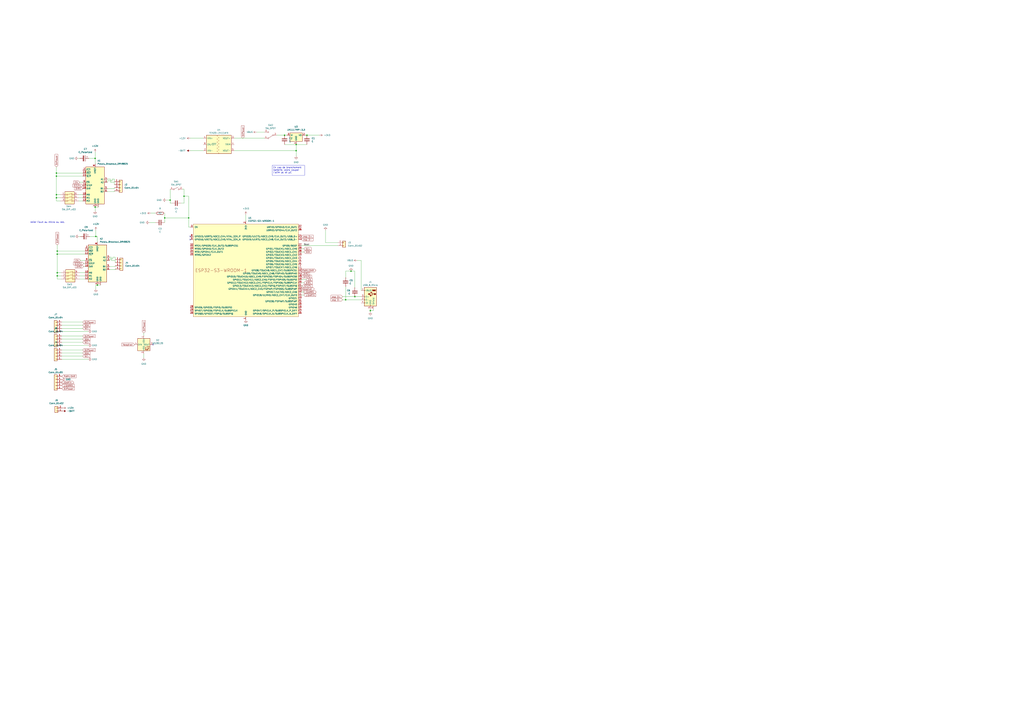
<source format=kicad_sch>
(kicad_sch (version 20230121) (generator eeschema)
  (paper "A1")
  (lib_symbols
    (symbol "Connector:USB_B_Micro" (pin_names (offset 1.016))
      (property "Reference" "J" (at -5.08 11.43 0))
      (property "Value" "USB_B_Micro" (at -5.08 8.89 0))
      (symbol "USB_B_Micro_0_1"
        (rectangle (start -5.08 -7.62) (end 5.08 7.62) (stroke (width 0.254)) (fill (type background)))
        (circle (center -3.81 2.159) (radius 0.635) (stroke (width 0.254)) (fill (type outline)))
        (circle (center -0.635 3.429) (radius 0.381) (stroke (width 0.254)) (fill (type outline)))
        (rectangle (start -0.127 -7.62) (end 0.127 -6.858))
        (polyline (pts (xy -1.905 2.159) (xy 0.635 2.159)) (stroke (width 0.254)))
        (polyline (pts (xy -3.175 2.159) (xy -2.54 2.159) (xy -1.27 3.429) (xy -0.635 3.429)) (stroke (width 0.254)))
        (polyline (pts (xy -2.54 2.159) (xy -1.905 2.159) (xy -1.27 0.889) (xy 0 0.889)) (stroke (width 0.254)))
        (polyline (pts (xy 0.635 2.794) (xy 0.635 1.524) (xy 1.905 2.159) (xy 0.635 2.794)) (stroke (width 0.254)) (fill (type outline)))
        (polyline (pts (xy -4.318 5.588) (xy -1.778 5.588) (xy -2.032 4.826) (xy -4.064 4.826) (xy -4.318 5.588)) (fill (type outline)))
        (polyline (pts (xy -4.699 5.842) (xy -4.699 5.588) (xy -4.445 4.826) (xy -4.445 4.572) (xy -1.651 4.572) (xy -1.651 4.826) (xy -1.397 5.588) (xy -1.397 5.842) (xy -4.699 5.842)))
        (rectangle (start 0.254 1.27) (end -0.508 0.508) (stroke (width 0.254)) (fill (type outline)))
        (rectangle (start 5.08 -5.207) (end 4.318 -4.953))
        (rectangle (start 5.08 -2.667) (end 4.318 -2.413))
        (rectangle (start 5.08 -0.127) (end 4.318 0.127))
        (rectangle (start 5.08 4.953) (end 4.318 5.207))
      )
      (symbol "USB_B_Micro_1_1"
        (pin power_out line (at 7.62 5.08 180) (length 2.54) (name "VBUS") (number "1"))
        (pin bidirectional line (at 7.62 -2.54 180) (length 2.54) (name "D-") (number "2"))
        (pin bidirectional line (at 7.62 0 180) (length 2.54) (name "D+") (number "3"))
        (pin passive line (at 7.62 -5.08 180) (length 2.54) (name "ID") (number "4"))
        (pin power_out line (at 0 -10.16 90) (length 2.54) (name "GND") (number "5"))
        (pin passive line (at -2.54 -10.16 90) (length 2.54) (name "Shield") (number "6"))
      )
    )
    (symbol "Connector_Generic:Conn_01x02" (pin_names (offset 1.016) hide)
      (property "Reference" "J" (at 0 2.54 0))
      (property "Value" "Conn_01x02" (at 0 -5.08 0))
      (symbol "Conn_01x02_1_1"
        (rectangle (start -1.27 -2.413) (end 0 -2.667) (stroke (width 0.1524)))
        (rectangle (start -1.27 0.127) (end 0 -0.127) (stroke (width 0.1524)))
        (rectangle (start -1.27 1.27) (end 1.27 -3.81) (stroke (width 0.254)) (fill (type background)))
        (pin passive line (at -5.08 0 0) (length 3.81) (name "Pin_1") (number "1"))
        (pin passive line (at -5.08 -2.54 0) (length 3.81) (name "Pin_2") (number "2"))
      )
    )
    (symbol "Connector_Generic:Conn_01x04" (pin_names (offset 1.016) hide)
      (property "Reference" "J" (at 0 5.08 0))
      (property "Value" "Conn_01x04" (at 0 -7.62 0))
      (symbol "Conn_01x04_1_1"
        (rectangle (start -1.27 -4.953) (end 0 -5.207) (stroke (width 0.1524)))
        (rectangle (start -1.27 -2.413) (end 0 -2.667) (stroke (width 0.1524)))
        (rectangle (start -1.27 0.127) (end 0 -0.127) (stroke (width 0.1524)))
        (rectangle (start -1.27 2.667) (end 0 2.413) (stroke (width 0.1524)))
        (rectangle (start -1.27 3.81) (end 1.27 -6.35) (stroke (width 0.254)) (fill (type background)))
        (pin passive line (at -5.08 2.54 0) (length 3.81) (name "Pin_1") (number "1"))
        (pin passive line (at -5.08 0 0) (length 3.81) (name "Pin_2") (number "2"))
        (pin passive line (at -5.08 -2.54 0) (length 3.81) (name "Pin_3") (number "3"))
        (pin passive line (at -5.08 -5.08 0) (length 3.81) (name "Pin_4") (number "4"))
      )
    )
    (symbol "Connector_Generic:Conn_01x05" (pin_names (offset 1.016) hide)
      (property "Reference" "J" (at 0 7.62 0))
      (property "Value" "Conn_01x05" (at 0 -7.62 0))
      (symbol "Conn_01x05_1_1"
        (rectangle (start -1.27 -4.953) (end 0 -5.207) (stroke (width 0.1524)))
        (rectangle (start -1.27 -2.413) (end 0 -2.667) (stroke (width 0.1524)))
        (rectangle (start -1.27 0.127) (end 0 -0.127) (stroke (width 0.1524)))
        (rectangle (start -1.27 2.667) (end 0 2.413) (stroke (width 0.1524)))
        (rectangle (start -1.27 5.207) (end 0 4.953) (stroke (width 0.1524)))
        (rectangle (start -1.27 6.35) (end 1.27 -6.35) (stroke (width 0.254)) (fill (type background)))
        (pin passive line (at -5.08 5.08 0) (length 3.81) (name "Pin_1") (number "1"))
        (pin passive line (at -5.08 2.54 0) (length 3.81) (name "Pin_2") (number "2"))
        (pin passive line (at -5.08 0 0) (length 3.81) (name "Pin_3") (number "3"))
        (pin passive line (at -5.08 -2.54 0) (length 3.81) (name "Pin_4") (number "4"))
        (pin passive line (at -5.08 -5.08 0) (length 3.81) (name "Pin_5") (number "5"))
      )
    )
    (symbol "Converter_DCDC:TEN20-2411WIN"
      (property "Reference" "U" (at -10.16 8.89 0))
      (property "Value" "TEN20-2411WIN" (at -3.81 8.89 0))
      (symbol "TEN20-2411WIN_0_1"
        (rectangle (start -10.16 7.62) (end 10.16 -7.62) (stroke (width 0.254)) (fill (type background)))
        (polyline (pts (xy -1.27 -5.08) (xy -1.27 -6.35)))
        (polyline (pts (xy -1.27 -2.54) (xy -1.27 -3.81)))
        (polyline (pts (xy -1.27 0) (xy -1.27 -1.27)))
        (polyline (pts (xy -1.27 2.54) (xy -1.27 1.27)))
        (polyline (pts (xy -1.27 5.08) (xy -1.27 3.81)))
        (polyline (pts (xy -1.27 7.62) (xy -1.27 6.35)))
        (polyline (pts (xy 0 -7.62) (xy 0 -6.35)))
        (polyline (pts (xy 0 -5.08) (xy 0 -3.81)))
        (polyline (pts (xy 0 -1.27) (xy 0 -2.54)))
        (polyline (pts (xy 0 0) (xy 0 1.27)))
        (polyline (pts (xy 0 2.54) (xy 0 3.81)))
        (polyline (pts (xy 0 5.08) (xy 0 6.35)))
      )
      (symbol "TEN20-2411WIN_1_1"
        (pin power_in line (at -12.7 5.08 0) (length 2.54) (name "VIN+") (number "1"))
        (pin power_in line (at -12.7 -5.08 0) (length 2.54) (name "VIN-") (number "2"))
        (pin power_out line (at 12.7 5.08 180) (length 2.54) (name "VOUT+") (number "3"))
        (pin passive line (at 12.7 0 180) (length 2.54) (name "TRIM") (number "4"))
        (pin power_out line (at 12.7 -5.08 180) (length 2.54) (name "VOUT-") (number "5"))
        (pin input line (at -12.7 0 0) (length 2.54) (name "ON/~{OFF}") (number "6"))
      )
    )
    (symbol "Device:C" (pin_numbers hide) (pin_names (offset 0.254))
      (property "Reference" "C" (at 0.635 2.54 0))
      (property "Value" "C" (at 0.635 -2.54 0))
      (symbol "C_0_1"
        (polyline (pts (xy -2.032 -0.762) (xy 2.032 -0.762)) (stroke (width 0.508)))
        (polyline (pts (xy -2.032 0.762) (xy 2.032 0.762)) (stroke (width 0.508)))
      )
      (symbol "C_1_1"
        (pin passive line (at 0 3.81 270) (length 2.794) (name "~") (number "1"))
        (pin passive line (at 0 -3.81 90) (length 2.794) (name "~") (number "2"))
      )
    )
    (symbol "Device:C_Polarized" (pin_numbers hide) (pin_names (offset 0.254))
      (property "Reference" "C" (at 0.635 2.54 0))
      (property "Value" "C_Polarized" (at 0.635 -2.54 0))
      (symbol "C_Polarized_0_1"
        (rectangle (start -2.286 0.508) (end 2.286 1.016))
        (polyline (pts (xy -1.778 2.286) (xy -0.762 2.286)))
        (polyline (pts (xy -1.27 2.794) (xy -1.27 1.778)))
        (rectangle (start 2.286 -0.508) (end -2.286 -1.016) (fill (type outline)))
      )
      (symbol "C_Polarized_1_1"
        (pin passive line (at 0 3.81 270) (length 2.794) (name "~") (number "1"))
        (pin passive line (at 0 -3.81 90) (length 2.794) (name "~") (number "2"))
      )
    )
    (symbol "Device:R" (pin_numbers hide) (pin_names (offset 0))
      (property "Reference" "R" (at 2.032 0 90))
      (property "Value" "R" (at 0 0 90))
      (symbol "R_0_1"
        (rectangle (start -1.016 -2.54) (end 1.016 2.54) (stroke (width 0.254)))
      )
      (symbol "R_1_1"
        (pin passive line (at 0 3.81 270) (length 1.27) (name "~") (number "1"))
        (pin passive line (at 0 -3.81 90) (length 1.27) (name "~") (number "2"))
      )
    )
    (symbol "Driver_Motor:Pololu_Breakout_DRV8825"
      (property "Reference" "A" (at -2.54 16.51 0))
      (property "Value" "Pololu_Breakout_DRV8825" (at -2.54 13.97 0))
      (symbol "Pololu_Breakout_DRV8825_0_1"
        (rectangle (start 7.62 -17.78) (end -7.62 12.7) (stroke (width 0.254)) (fill (type background)))
      )
      (symbol "Pololu_Breakout_DRV8825_1_1"
        (pin power_in line (at 0 -20.32 90) (length 2.54) (name "GND") (number "1"))
        (pin input line (at -10.16 -10.16 0) (length 2.54) (name "M0") (number "10"))
        (pin input line (at -10.16 -12.7 0) (length 2.54) (name "M1") (number "11"))
        (pin input line (at -10.16 -15.24 0) (length 2.54) (name "M2") (number "12"))
        (pin input line (at -10.16 7.62 0) (length 2.54) (name "~{RST}") (number "13"))
        (pin input line (at -10.16 5.08 0) (length 2.54) (name "~{SLP}") (number "14"))
        (pin input line (at -10.16 -2.54 0) (length 2.54) (name "STEP") (number "15"))
        (pin input line (at -10.16 -5.08 0) (length 2.54) (name "DIR") (number "16"))
        (pin output line (at -10.16 10.16 0) (length 2.54) (name "~{FLT}") (number "2"))
        (pin output line (at 10.16 0 180) (length 2.54) (name "A2") (number "3"))
        (pin output line (at 10.16 2.54 180) (length 2.54) (name "A1") (number "4"))
        (pin output line (at 10.16 -5.08 180) (length 2.54) (name "B1") (number "5"))
        (pin output line (at 10.16 -7.62 180) (length 2.54) (name "B2") (number "6"))
        (pin power_in line (at 2.54 -20.32 90) (length 2.54) (name "GND") (number "7"))
        (pin power_in line (at 0 15.24 270) (length 2.54) (name "VMOT") (number "8"))
        (pin input line (at -10.16 0 0) (length 2.54) (name "~{EN}") (number "9"))
      )
    )
    (symbol "ESP32:ESP32-S3-WROOM-1" (pin_names (offset 1.016))
      (property "Reference" "U" (at -43.18 43.18 0))
      (property "Value" "ESP32-S3-WROOM-1" (at -43.18 40.64 0))
      (symbol "ESP32-S3-WROOM-1_0_0"
        (text "ESP32-S3-WROOM-1" (at -20.32 0 0) (effects (font (size 2.54 2.54))))
        (pin power_in line (at 0 -40.64 90) (length 2.54) (name "GND") (number "1"))
        (pin bidirectional line (at 45.72 -17.78 180) (length 2.54) (name "GPIO17/U1TXD/ADC2_CH6") (number "10"))
        (pin bidirectional line (at 45.72 -20.32 180) (length 2.54) (name "GPIO18/U1RXD/ADC2_CH7/CLK_OUT3") (number "11"))
        (pin bidirectional line (at 45.72 0 180) (length 2.54) (name "GPIO8/TOUCH8/ADC1_CH7/SUBSPICS1") (number "12"))
        (pin bidirectional line (at 45.72 25.4 180) (length 2.54) (name "GPIO19/U1RTS/ADC2_CH8/CLK_OUT2/USB_D-") (number "13"))
        (pin bidirectional line (at 45.72 27.94 180) (length 2.54) (name "GPIO20/U1CTS/ADC2_CH9/CLK_OUT1/USB_D+") (number "14"))
        (pin bidirectional line (at 45.72 12.7 180) (length 2.54) (name "GPIO3/TOUCH3/ADC1_CH2") (number "15"))
        (pin bidirectional line (at 45.72 -30.48 180) (length 2.54) (name "GPIO46") (number "16"))
        (pin bidirectional line (at 45.72 -2.54 180) (length 2.54) (name "GPIO9/TOUCH9/ADC1_CH8/FSPIHD/SUBSPIHD") (number "17"))
        (pin bidirectional line (at 45.72 -5.08 180) (length 2.54) (name "GPIO10/TOUCH10/ADC1_CH9/FSPICS0/FSPIIO4/SUBSPICS0") (number "18"))
        (pin bidirectional line (at 45.72 -7.62 180) (length 2.54) (name "GPIO11/TOUCH11/ADC2_CH0/FSPID/FSPIIO5/SUBSPID") (number "19"))
        (pin power_in line (at 0 40.64 270) (length 2.54) (name "3V3") (number "2"))
        (pin bidirectional line (at 45.72 -10.16 180) (length 2.54) (name "GPIO12/TOUCH12/ADC2_CH1/FSPICLK/FSPIIO6/SUBSPICLK") (number "20"))
        (pin bidirectional line (at 45.72 -12.7 180) (length 2.54) (name "GPIO13/TOUCH13/ADC2_CH2/FSPIQ/FSPIIO7/SUBSPIQ") (number "21"))
        (pin bidirectional line (at 45.72 -15.24 180) (length 2.54) (name "GPIO14/TOUCH14/ADC2_CH3/FSPIWP/FSPIDQS/SUBSPIWP") (number "22"))
        (pin bidirectional line (at 45.72 -22.86 180) (length 2.54) (name "GPIO21") (number "23"))
        (pin bidirectional line (at 45.72 -33.02 180) (length 2.54) (name "GPIO47/SPICLK_P/SUBSPICLK_P_DIFF") (number "24"))
        (pin bidirectional line (at 45.72 -35.56 180) (length 2.54) (name "GPIO48/SPICLK_N/SUBSPICLK_N_DIFF") (number "25"))
        (pin bidirectional line (at 45.72 -27.94 180) (length 2.54) (name "GPIO45") (number "26"))
        (pin bidirectional line (at 45.72 20.32 180) (length 2.54) (name "GPIO0/BOOT") (number "27"))
        (pin bidirectional line (at -45.72 -30.48 0) (length 2.54) (name "SPIIO6/GPIO35/FSPID/SUBSPID") (number "28"))
        (pin bidirectional line (at -45.72 -33.02 0) (length 2.54) (name "SPIIO7/GPIO36/FSPICLK/SUBSPICLK") (number "29"))
        (pin input line (at -45.72 35.56 0) (length 2.54) (name "EN") (number "3"))
        (pin bidirectional line (at -45.72 -35.56 0) (length 2.54) (name "SPIDQS/GPIO37/FSPIQ/SUBSPIQ") (number "30"))
        (pin bidirectional line (at 45.72 -25.4 180) (length 2.54) (name "GPIO38/FSPIWP/SUBSPIWP") (number "31"))
        (pin bidirectional line (at -45.72 20.32 0) (length 2.54) (name "MTCK/GPIO39/CLK_OUT3/SUBSPICS1") (number "32"))
        (pin bidirectional line (at -45.72 17.78 0) (length 2.54) (name "MTDO/GPIO40/CLK_OUT2") (number "33"))
        (pin bidirectional line (at -45.72 15.24 0) (length 2.54) (name "MTDI/GPIO41/CLK_OUT1") (number "34"))
        (pin bidirectional line (at -45.72 12.7 0) (length 2.54) (name "MTMS/GPIO42") (number "35"))
        (pin bidirectional line (at 45.72 33.02 180) (length 2.54) (name "U0RXD/GPIO44/CLK_OUT2") (number "36"))
        (pin bidirectional line (at 45.72 35.56 180) (length 2.54) (name "U0TXD/GPIO43/CLK_OUT1") (number "37"))
        (pin bidirectional line (at 45.72 15.24 180) (length 2.54) (name "GPIO2/TOUCH2/ADC1_CH1") (number "38"))
        (pin bidirectional line (at 45.72 17.78 180) (length 2.54) (name "GPIO1/TOUCH1/ADC1_CH0") (number "39"))
        (pin bidirectional line (at 45.72 10.16 180) (length 2.54) (name "GPIO4/TOUCH4/ADC1_CH3") (number "4"))
        (pin passive line (at 0 -40.64 90) (length 2.54) hide (name "GND") (number "40"))
        (pin passive line (at 0 -40.64 90) (length 2.54) hide (name "GND") (number "41"))
        (pin bidirectional line (at 45.72 7.62 180) (length 2.54) (name "GPIO5/TOUCH5/ADC1_CH4") (number "5"))
        (pin bidirectional line (at 45.72 5.08 180) (length 2.54) (name "GPIO6/TOUCH6/ADC1_CH5") (number "6"))
        (pin bidirectional line (at 45.72 2.54 180) (length 2.54) (name "GPIO7/TOUCH7/ADC1_CH6") (number "7"))
        (pin bidirectional line (at -45.72 27.94 0) (length 2.54) (name "GPIO15/U0RTS/ADC2_CH4/XTAL_32K_P") (number "8"))
        (pin bidirectional line (at -45.72 25.4 0) (length 2.54) (name "GPIO16/U0CTS/ADC2_CH5/XTAL_32K_N") (number "9"))
      )
      (symbol "ESP32-S3-WROOM-1_0_1"
        (rectangle (start -43.18 38.1) (end 43.18 -38.1) (fill (type background)))
      )
    )
    (symbol "LED:WS2812B" (pin_names (offset 0.254))
      (property "Reference" "D" (at 5.08 5.715 0))
      (property "Value" "WS2812B" (at 1.27 -5.715 0))
      (symbol "WS2812B_0_0"
        (text "RGB" (at 2.286 -4.191 0) (effects (font (size 0.762 0.762))))
      )
      (symbol "WS2812B_0_1"
        (polyline (pts (xy 1.27 -3.556) (xy 1.778 -3.556)))
        (polyline (pts (xy 1.27 -2.54) (xy 1.778 -2.54)))
        (polyline (pts (xy 4.699 -3.556) (xy 2.667 -3.556)))
        (polyline (pts (xy 2.286 -2.54) (xy 1.27 -3.556) (xy 1.27 -3.048)))
        (polyline (pts (xy 2.286 -1.524) (xy 1.27 -2.54) (xy 1.27 -2.032)))
        (polyline (pts (xy 3.683 -1.016) (xy 3.683 -3.556) (xy 3.683 -4.064)))
        (polyline (pts (xy 4.699 -1.524) (xy 2.667 -1.524) (xy 3.683 -3.556) (xy 4.699 -1.524)))
        (rectangle (start 5.08 5.08) (end -5.08 -5.08) (stroke (width 0.254)) (fill (type background)))
      )
      (symbol "WS2812B_1_1"
        (pin power_in line (at 0 7.62 270) (length 2.54) (name "VDD") (number "1"))
        (pin output line (at 7.62 0 180) (length 2.54) (name "DOUT") (number "2"))
        (pin power_in line (at 0 -7.62 90) (length 2.54) (name "VSS") (number "3"))
        (pin input line (at -7.62 0 0) (length 2.54) (name "DIN") (number "4"))
      )
    )
    (symbol "Regulator_Linear:LM1117MP-3.3"
      (property "Reference" "U" (at -3.81 3.175 0))
      (property "Value" "LM1117MP-3.3" (at 0 3.175 0))
      (symbol "LM1117MP-3.3_0_1"
        (rectangle (start -5.08 -5.08) (end 5.08 1.905) (stroke (width 0.254)) (fill (type background)))
      )
      (symbol "LM1117MP-3.3_1_1"
        (pin power_in line (at 0 -7.62 90) (length 2.54) (name "GND") (number "1"))
        (pin power_out line (at 7.62 0 180) (length 2.54) (name "VO") (number "2"))
        (pin power_in line (at -7.62 0 0) (length 2.54) (name "VI") (number "3"))
      )
    )
    (symbol "Switch:SW_DIP_x03" (pin_names (offset 0) hide)
      (property "Reference" "SW" (at 0 8.89 0))
      (property "Value" "SW_DIP_x03" (at 0 -3.81 0))
      (symbol "SW_DIP_x03_0_0"
        (circle (center -2.032 0) (radius 0.508))
        (circle (center -2.032 2.54) (radius 0.508))
        (circle (center -2.032 5.08) (radius 0.508))
        (polyline (pts (xy -1.524 0.127) (xy 2.3622 1.1684)))
        (polyline (pts (xy -1.524 2.667) (xy 2.3622 3.7084)))
        (polyline (pts (xy -1.524 5.207) (xy 2.3622 6.2484)))
        (circle (center 2.032 0) (radius 0.508))
        (circle (center 2.032 2.54) (radius 0.508))
        (circle (center 2.032 5.08) (radius 0.508))
      )
      (symbol "SW_DIP_x03_0_1"
        (rectangle (start -3.81 7.62) (end 3.81 -2.54) (stroke (width 0.254)) (fill (type background)))
      )
      (symbol "SW_DIP_x03_1_1"
        (pin passive line (at -7.62 5.08 0) (length 5.08) (name "~") (number "1"))
        (pin passive line (at -7.62 2.54 0) (length 5.08) (name "~") (number "2"))
        (pin passive line (at -7.62 0 0) (length 5.08) (name "~") (number "3"))
        (pin passive line (at 7.62 0 180) (length 5.08) (name "~") (number "4"))
        (pin passive line (at 7.62 2.54 180) (length 5.08) (name "~") (number "5"))
        (pin passive line (at 7.62 5.08 180) (length 5.08) (name "~") (number "6"))
      )
    )
    (symbol "Switch:SW_SPDT" (pin_names (offset 0) hide)
      (property "Reference" "SW" (at 0 4.318 0))
      (property "Value" "SW_SPDT" (at 0 -5.08 0))
      (symbol "SW_SPDT_0_0"
        (circle (center -2.032 0) (radius 0.508))
        (circle (center 2.032 -2.54) (radius 0.508))
      )
      (symbol "SW_SPDT_0_1"
        (polyline (pts (xy -1.524 0.254) (xy 1.651 2.286)))
        (circle (center 2.032 2.54) (radius 0.508))
      )
      (symbol "SW_SPDT_1_1"
        (pin passive line (at 5.08 2.54 180) (length 2.54) (name "A") (number "1"))
        (pin passive line (at -5.08 0 0) (length 2.54) (name "B") (number "2"))
        (pin passive line (at 5.08 -2.54 180) (length 2.54) (name "C") (number "3"))
      )
    )
    (symbol "Switch:SW_SPST" (pin_names (offset 0) hide)
      (property "Reference" "SW" (at 0 3.175 0))
      (property "Value" "SW_SPST" (at 0 -2.54 0))
      (symbol "SW_SPST_0_0"
        (circle (center -2.032 0) (radius 0.508))
        (polyline (pts (xy -1.524 0.254) (xy 1.524 1.778)))
        (circle (center 2.032 0) (radius 0.508))
      )
      (symbol "SW_SPST_1_1"
        (pin passive line (at -5.08 0 0) (length 2.54) (name "A") (number "1"))
        (pin passive line (at 5.08 0 180) (length 2.54) (name "B") (number "2"))
      )
    )
    (symbol "power:+12V" (power) (pin_names (offset 0))
      (property "Value" "+12V" (at 0 3.556 0))
      (symbol "+12V_0_1"
        (polyline (pts (xy -0.762 1.27) (xy 0 2.54)))
        (polyline (pts (xy 0 0) (xy 0 2.54)))
        (polyline (pts (xy 0 2.54) (xy 0.762 1.27)))
      )
      (symbol "+12V_1_1"
        (pin power_in line (at 0 0 90) (length 0) hide (name "+12V") (number "1"))
      )
    )
    (symbol "power:+3V3" (power) (pin_names (offset 0))
      (property "Value" "+3V3" (at 0 3.556 0))
      (symbol "+3V3_0_1"
        (polyline (pts (xy -0.762 1.27) (xy 0 2.54)))
        (polyline (pts (xy 0 0) (xy 0 2.54)))
        (polyline (pts (xy 0 2.54) (xy 0.762 1.27)))
      )
      (symbol "+3V3_1_1"
        (pin power_in line (at 0 0 90) (length 0) hide (name "+3V3") (number "1"))
      )
    )
    (symbol "power:-BATT" (power) (pin_names (offset 0))
      (property "Value" "-BATT" (at 0 3.556 0))
      (symbol "-BATT_0_1"
        (polyline (pts (xy 0 0) (xy 0 2.54)))
        (polyline (pts (xy 0.762 1.27) (xy -0.762 1.27) (xy 0 2.54) (xy 0.762 1.27)) (fill (type outline)))
      )
      (symbol "-BATT_1_1"
        (pin power_in line (at 0 0 90) (length 0) hide (name "-BATT") (number "1"))
      )
    )
    (symbol "power:GND" (power) (pin_names (offset 0))
      (property "Value" "GND" (at 0 -3.81 0))
      (symbol "GND_0_1"
        (polyline (pts (xy 0 0) (xy 0 -1.27) (xy 1.27 -1.27) (xy 0 -2.54) (xy -1.27 -1.27) (xy 0 -1.27)))
      )
      (symbol "GND_1_1"
        (pin power_in line (at 0 0 270) (length 0) hide (name "GND") (number "1"))
      )
    )
    (symbol "power:VBUS" (power) (pin_names (offset 0))
      (property "Value" "VBUS" (at 0 3.81 0))
      (symbol "VBUS_0_1"
        (polyline (pts (xy -0.762 1.27) (xy 0 2.54)))
        (polyline (pts (xy 0 0) (xy 0 2.54)))
        (polyline (pts (xy 0 2.54) (xy 0.762 1.27)))
      )
      (symbol "VBUS_1_1"
        (pin power_in line (at 0 0 90) (length 0) hide (name "VBUS") (number "1"))
      )
    )
  )
  (junction (at 46.99 208.915))
  (junction (at 78.74 194.31))
  (junction (at 233.68 111.125))
  (junction (at 283.845 246.38))
  (junction (at 46.99 224.155))
  (junction (at 291.465 243.84))
  (junction (at 154.94 179.07))
  (junction (at 46.355 162.56))
  (junction (at 135.255 179.07))
  (junction (at 46.99 226.695))
  (junction (at 243.205 118.745))
  (junction (at 46.99 206.375))
  (junction (at 80.01 234.315))
  (junction (at 78.105 170.18))
  (junction (at 46.355 144.78))
  (junction (at 288.29 222.885))
  (junction (at 46.355 160.02))
  (junction (at 252.095 111.125))
  (junction (at 139.7 164.465))
  (junction (at 304.165 255.27))
  (junction (at 151.13 161.29))
  (junction (at 243.205 123.825))
  (junction (at 46.355 142.24))
  (junction (at 78.105 130.175))
  (no_connect (at 156.21 194.31))
  (no_connect (at 125.73 283.21))
  (no_connect (at 156.21 196.85))
  (wire (pts (xy 46.355 144.78) (xy 46.355 160.02)))
  (wire (pts (xy 69.85 219.075) (xy 68.58 219.075)))
  (wire (pts (xy 66.04 213.995) (xy 69.85 213.995)))
  (wire (pts (xy 248.285 234.95) (xy 247.65 234.95)))
  (wire (pts (xy 46.355 137.16) (xy 46.355 142.24)))
  (wire (pts (xy 243.205 123.825) (xy 243.205 118.745)))
  (wire (pts (xy 296.545 213.995) (xy 293.37 213.995)))
  (wire (pts (xy 50.8 276.225) (xy 67.945 276.225)))
  (wire (pts (xy 73.025 130.175) (xy 78.105 130.175)))
  (wire (pts (xy 46.355 160.02) (xy 46.355 162.56)))
  (wire (pts (xy 46.355 162.56) (xy 46.355 165.1)))
  (wire (pts (xy 69.85 216.535) (xy 68.58 216.535)))
  (wire (pts (xy 65.405 224.155) (xy 69.85 224.155)))
  (wire (pts (xy 50.8 290.195) (xy 67.945 290.195)))
  (wire (pts (xy 156.21 123.825) (xy 167.005 123.825)))
  (wire (pts (xy 90.17 221.615) (xy 94.615 221.615)))
  (wire (pts (xy 156.21 113.665) (xy 167.005 113.665)))
  (wire (pts (xy 201.93 176.53) (xy 201.93 181.61)))
  (wire (pts (xy 296.545 238.76) (xy 296.545 213.995)))
  (wire (pts (xy 233.68 111.125) (xy 235.585 111.125)))
  (wire (pts (xy 78.74 189.23) (xy 78.74 194.31)))
  (wire (pts (xy 46.99 226.695) (xy 50.165 226.695)))
  (wire (pts (xy 154.94 179.07) (xy 154.94 186.69)))
  (wire (pts (xy 94.615 211.455) (xy 92.71 211.455)))
  (wire (pts (xy 291.465 222.885) (xy 288.29 222.885)))
  (wire (pts (xy 267.335 189.23) (xy 267.335 199.39)))
  (wire (pts (xy 154.94 186.69) (xy 156.21 186.69)))
  (wire (pts (xy 306.705 254) (xy 306.705 255.27)))
  (wire (pts (xy 93.98 149.86) (xy 90.805 149.86)))
  (wire (pts (xy 249.555 232.41) (xy 247.65 232.41)))
  (wire (pts (xy 94.615 221.615) (xy 94.615 220.98)))
  (wire (pts (xy 281.305 243.84) (xy 291.465 243.84)))
  (wire (pts (xy 73.66 194.31) (xy 78.74 194.31)))
  (wire (pts (xy 46.99 226.695) (xy 46.99 229.235)))
  (wire (pts (xy 151.13 155.575) (xy 149.86 155.575)))
  (wire (pts (xy 90.17 219.075) (xy 94.615 219.075)))
  (wire (pts (xy 78.105 130.175) (xy 78.105 134.62)))
  (wire (pts (xy 135.255 175.26) (xy 135.255 179.07)))
  (wire (pts (xy 291.465 236.22) (xy 291.465 222.885)))
  (wire (pts (xy 304.165 255.27) (xy 304.165 254)))
  (wire (pts (xy 88.265 148.59) (xy 88.265 149.86)))
  (wire (pts (xy 283.845 235.585) (xy 283.845 246.38)))
  (wire (pts (xy 46.99 224.155) (xy 46.99 226.695)))
  (wire (pts (xy 118.11 273.685) (xy 118.11 275.59)))
  (wire (pts (xy 50.8 264.795) (xy 67.945 264.795)))
  (wire (pts (xy 151.13 155.575) (xy 151.13 161.29)))
  (wire (pts (xy 78.74 237.49) (xy 78.74 234.315)))
  (wire (pts (xy 50.8 287.655) (xy 67.945 287.655)))
  (wire (pts (xy 243.205 128.27) (xy 243.205 123.825)))
  (wire (pts (xy 93.98 149.86) (xy 93.98 151.765)))
  (wire (pts (xy 46.355 142.24) (xy 46.355 144.78)))
  (wire (pts (xy 46.99 201.295) (xy 46.99 206.375)))
  (wire (pts (xy 249.555 240.03) (xy 247.65 240.03)))
  (wire (pts (xy 249.555 204.47) (xy 247.65 204.47)))
  (wire (pts (xy 90.17 212.725) (xy 90.17 213.995)))
  (wire (pts (xy 46.99 206.375) (xy 69.85 206.375)))
  (wire (pts (xy 50.8 267.335) (xy 67.945 267.335)))
  (wire (pts (xy 139.7 167.005) (xy 139.7 164.465)))
  (wire (pts (xy 46.355 165.1) (xy 49.53 165.1)))
  (wire (pts (xy 90.805 149.86) (xy 90.805 147.32)))
  (wire (pts (xy 135.255 179.07) (xy 154.94 179.07)))
  (wire (pts (xy 251.46 229.87) (xy 247.65 229.87)))
  (wire (pts (xy 281.305 246.38) (xy 283.845 246.38)))
  (wire (pts (xy 80.01 234.315) (xy 78.74 234.315)))
  (wire (pts (xy 283.845 222.885) (xy 288.29 222.885)))
  (wire (pts (xy 154.94 179.07) (xy 154.94 161.29)))
  (wire (pts (xy 64.77 165.1) (xy 67.945 165.1)))
  (wire (pts (xy 92.075 147.32) (xy 92.075 148.59)))
  (wire (pts (xy 88.265 154.94) (xy 93.98 154.94)))
  (wire (pts (xy 46.99 206.375) (xy 46.99 208.915)))
  (wire (pts (xy 93.98 147.32) (xy 92.075 147.32)))
  (wire (pts (xy 92.075 148.59) (xy 88.265 148.59)))
  (wire (pts (xy 64.77 162.56) (xy 67.945 162.56)))
  (wire (pts (xy 92.71 212.725) (xy 90.17 212.725)))
  (wire (pts (xy 250.825 111.125) (xy 252.095 111.125)))
  (wire (pts (xy 88.265 157.48) (xy 93.98 157.48)))
  (wire (pts (xy 154.94 161.29) (xy 151.13 161.29)))
  (wire (pts (xy 192.405 113.665) (xy 217.17 113.665)))
  (wire (pts (xy 64.77 194.31) (xy 66.04 194.31)))
  (wire (pts (xy 46.355 142.24) (xy 67.945 142.24)))
  (wire (pts (xy 122.555 182.88) (xy 127.635 182.88)))
  (wire (pts (xy 135.255 182.88) (xy 135.255 179.07)))
  (wire (pts (xy 46.355 162.56) (xy 49.53 162.56)))
  (wire (pts (xy 91.44 213.995) (xy 91.44 211.455)))
  (wire (pts (xy 151.13 167.005) (xy 148.59 167.005)))
  (wire (pts (xy 65.405 149.86) (xy 67.945 149.86)))
  (wire (pts (xy 72.39 283.845) (xy 50.8 283.845)))
  (wire (pts (xy 93.98 154.94) (xy 93.98 154.305)))
  (wire (pts (xy 72.39 272.415) (xy 50.8 272.415)))
  (wire (pts (xy 136.525 164.465) (xy 139.7 164.465)))
  (wire (pts (xy 233.68 118.745) (xy 243.205 118.745)))
  (wire (pts (xy 227.33 111.125) (xy 233.68 111.125)))
  (wire (pts (xy 304.165 256.54) (xy 304.165 255.27)))
  (wire (pts (xy 93.98 157.48) (xy 93.98 156.845)))
  (wire (pts (xy 267.335 199.39) (xy 277.495 199.39)))
  (wire (pts (xy 46.355 144.78) (xy 67.945 144.78)))
  (wire (pts (xy 64.77 160.02) (xy 67.945 160.02)))
  (wire (pts (xy 283.845 246.38) (xy 296.545 246.38)))
  (wire (pts (xy 306.705 255.27) (xy 304.165 255.27)))
  (wire (pts (xy 249.555 242.57) (xy 247.65 242.57)))
  (wire (pts (xy 140.97 167.005) (xy 139.7 167.005)))
  (wire (pts (xy 46.99 208.915) (xy 69.85 208.915)))
  (wire (pts (xy 46.99 229.235) (xy 50.165 229.235)))
  (wire (pts (xy 123.825 175.26) (xy 127.635 175.26)))
  (wire (pts (xy 210.82 108.585) (xy 217.17 108.585)))
  (wire (pts (xy 78.105 170.18) (xy 80.645 170.18)))
  (wire (pts (xy 50.8 281.305) (xy 67.945 281.305)))
  (wire (pts (xy 252.095 111.125) (xy 262.255 111.125)))
  (wire (pts (xy 94.615 213.995) (xy 91.44 213.995)))
  (wire (pts (xy 46.355 160.02) (xy 49.53 160.02)))
  (wire (pts (xy 50.8 269.875) (xy 67.945 269.875)))
  (wire (pts (xy 94.615 213.995) (xy 94.615 215.9)))
  (wire (pts (xy 46.99 208.915) (xy 46.99 224.155)))
  (wire (pts (xy 283.845 227.965) (xy 283.845 222.885)))
  (wire (pts (xy 92.71 211.455) (xy 92.71 212.725)))
  (wire (pts (xy 252.095 118.745) (xy 243.205 118.745)))
  (wire (pts (xy 50.8 292.735) (xy 67.945 292.735)))
  (wire (pts (xy 192.405 123.825) (xy 243.205 123.825)))
  (wire (pts (xy 118.11 294.005) (xy 118.11 290.83)))
  (wire (pts (xy 291.465 243.84) (xy 296.545 243.84)))
  (wire (pts (xy 80.01 194.31) (xy 78.74 194.31)))
  (wire (pts (xy 50.8 278.765) (xy 67.945 278.765)))
  (wire (pts (xy 247.65 207.01) (xy 249.555 207.01)))
  (wire (pts (xy 46.99 224.155) (xy 50.165 224.155)))
  (wire (pts (xy 94.615 211.455) (xy 94.615 213.36)))
  (wire (pts (xy 151.13 161.29) (xy 151.13 167.005)))
  (wire (pts (xy 91.44 211.455) (xy 90.17 211.455)))
  (wire (pts (xy 93.98 147.32) (xy 93.98 149.225)))
  (wire (pts (xy 80.01 234.315) (xy 82.55 234.315)))
  (wire (pts (xy 64.135 130.175) (xy 65.405 130.175)))
  (wire (pts (xy 78.105 125.095) (xy 78.105 130.175)))
  (wire (pts (xy 78.105 173.355) (xy 78.105 170.18)))
  (wire (pts (xy 94.615 219.075) (xy 94.615 218.44)))
  (wire (pts (xy 90.805 147.32) (xy 88.265 147.32)))
  (wire (pts (xy 72.39 295.275) (xy 50.8 295.275)))
  (wire (pts (xy 65.405 229.235) (xy 69.85 229.235)))
  (wire (pts (xy 247.65 201.93) (xy 277.495 201.93)))
  (wire (pts (xy 80.01 194.31) (xy 80.01 198.755)))
  (wire (pts (xy 65.405 226.695) (xy 69.85 226.695)))
  (wire (pts (xy 139.7 164.465) (xy 139.7 155.575)))
  (text_box "En cas de branchement batterie, alors couper l'alim pc et µC\n" (at 223.52 135.89 0) (size 26.67 8.255) (effects (font (size 1.27 1.27)) (justify left top)))
  (text "relier Fault au micro ou led." (at 24.765 183.515 0) (effects (font (size 1.27 1.27)) (justify left bottom)))
  (label "Boot" (at 249.555 201.93 0))
  (global_label "5VPower" (shape input) (at 67.945 276.225 0) (property "Intersheetrefs" "${INTERSHEET_REFS}" (effects hide)))
  (global_label "PWMLIDAR" (shape output) (at 247.65 222.25 0) (property "Intersheetrefs" "${INTERSHEET_REFS}" (effects hide)))
  (global_label "Neopixel" (shape input) (at 110.49 283.21 180) (property "Intersheetrefs" "${INTERSHEET_REFS}" (effects hide)))
  (global_label "DIR1" (shape input) (at 249.555 232.41 0) (property "Intersheetrefs" "${INTERSHEET_REFS}" (effects hide)))
  (global_label "DIR2" (shape input) (at 247.65 224.79 0) (property "Intersheetrefs" "${INTERSHEET_REFS}" (effects hide)))
  (global_label "STEP2" (shape input) (at 68.58 216.535 180) (property "Intersheetrefs" "${INTERSHEET_REFS}" (effects hide)))
  (global_label "5VPower" (shape input) (at 46.355 137.16 90) (property "Intersheetrefs" "${INTERSHEET_REFS}" (effects hide)))
  (global_label "SCL" (shape input) (at 249.555 204.47 0) (property "Intersheetrefs" "${INTERSHEET_REFS}" (effects hide)))
  (global_label "EN" (shape input) (at 66.04 213.995 180) (property "Intersheetrefs" "${INTERSHEET_REFS}" (effects hide)))
  (global_label "SCL" (shape input) (at 67.945 281.305 0) (property "Intersheetrefs" "${INTERSHEET_REFS}" (effects hide)))
  (global_label "5VPower" (shape input) (at 199.39 113.665 90) (property "Intersheetrefs" "${INTERSHEET_REFS}" (effects hide)))
  (global_label "SCL" (shape input) (at 67.945 292.735 0) (property "Intersheetrefs" "${INTERSHEET_REFS}" (effects hide)))
  (global_label "LIDARRX" (shape input) (at 50.8 316.865 0) (property "Intersheetrefs" "${INTERSHEET_REFS}" (effects hide)))
  (global_label "SDA" (shape input) (at 249.555 207.01 0) (property "Intersheetrefs" "${INTERSHEET_REFS}" (effects hide)))
  (global_label "5VPower" (shape input) (at 67.945 264.795 0) (property "Intersheetrefs" "${INTERSHEET_REFS}" (effects hide)))
  (global_label "STEP2" (shape input) (at 247.65 227.33 0) (property "Intersheetrefs" "${INTERSHEET_REFS}" (effects hide)))
  (global_label "SCL" (shape input) (at 67.945 269.875 0) (property "Intersheetrefs" "${INTERSHEET_REFS}" (effects hide)))
  (global_label "DIR2" (shape input) (at 68.58 219.075 180) (property "Intersheetrefs" "${INTERSHEET_REFS}" (effects hide)))
  (global_label "EN" (shape input) (at 65.405 149.86 180) (property "Intersheetrefs" "${INTERSHEET_REFS}" (effects hide)))
  (global_label "DIR1" (shape input) (at 67.945 154.94 180) (property "Intersheetrefs" "${INTERSHEET_REFS}" (effects hide)))
  (global_label "LIDARRX" (shape output) (at 249.555 240.03 0) (property "Intersheetrefs" "${INTERSHEET_REFS}" (effects hide)))
  (global_label "5VPower" (shape input) (at 118.11 273.685 90) (property "Intersheetrefs" "${INTERSHEET_REFS}" (effects hide)))
  (global_label "esp D-" (shape input) (at 247.65 196.85 0) (property "Intersheetrefs" "${INTERSHEET_REFS}" (effects hide)))
  (global_label "esp D+" (shape input) (at 281.305 243.84 180) (property "Intersheetrefs" "${INTERSHEET_REFS}" (effects hide)))
  (global_label "STEP1" (shape input) (at 248.285 234.95 0) (property "Intersheetrefs" "${INTERSHEET_REFS}" (effects hide)))
  (global_label "PWMLIDAR" (shape input) (at 50.8 309.245 0) (property "Intersheetrefs" "${INTERSHEET_REFS}" (effects hide)))
  (global_label "esp D-" (shape input) (at 281.305 246.38 180) (property "Intersheetrefs" "${INTERSHEET_REFS}" (effects hide)))
  (global_label "5VPower" (shape input) (at 46.99 201.295 90) (property "Intersheetrefs" "${INTERSHEET_REFS}" (effects hide)))
  (global_label "5VPower" (shape input) (at 50.8 319.405 0) (property "Intersheetrefs" "${INTERSHEET_REFS}" (effects hide)))
  (global_label "EN" (shape input) (at 251.46 229.87 0) (property "Intersheetrefs" "${INTERSHEET_REFS}" (effects hide)))
  (global_label "SDA" (shape input) (at 67.945 267.335 0) (property "Intersheetrefs" "${INTERSHEET_REFS}" (effects hide)))
  (global_label "STEP1" (shape input) (at 67.945 152.4 180) (property "Intersheetrefs" "${INTERSHEET_REFS}" (effects hide)))
  (global_label "esp D+" (shape input) (at 247.65 194.31 0) (property "Intersheetrefs" "${INTERSHEET_REFS}" (effects hide)))
  (global_label "LIDARTX" (shape input) (at 249.555 242.57 0) (property "Intersheetrefs" "${INTERSHEET_REFS}" (effects hide)))
  (global_label "LIDARTX" (shape output) (at 50.8 314.325 0) (property "Intersheetrefs" "${INTERSHEET_REFS}" (effects hide)))
  (global_label "SDA" (shape input) (at 67.945 278.765 0) (property "Intersheetrefs" "${INTERSHEET_REFS}" (effects hide)))
  (global_label "SDA" (shape input) (at 67.945 290.195 0) (property "Intersheetrefs" "${INTERSHEET_REFS}" (effects hide)))
  (global_label "5VPower" (shape input) (at 67.945 287.655 0) (property "Intersheetrefs" "${INTERSHEET_REFS}" (effects hide)))
  (global_label "Neopixel" (shape output) (at 247.65 237.49 0) (property "Intersheetrefs" "${INTERSHEET_REFS}" (effects hide)))
  (symbol (lib_id "Connector_Generic:Conn_01x04") (at 45.72 281.305 180) (unit 1)
    (property "Reference" "J8" (at 45.72 269.875 0))
    (property "Value" "Conn_01x04" (at 45.72 272.415 0))
    (property "Footprint" "Connector_JST:JST_XH_B4B-XH-A_1x04_P2.50mm_Vertical" (effects hide))
  )
  (symbol (lib_id "Device:R") (at 131.445 175.26 90) (unit 1)
    (property "Reference" "R2" (at 131.445 175.26 90))
    (property "Value" "R" (at 131.445 171.45 90))
    (property "Footprint" "Resistor_SMD:R_1206_3216Metric_Pad1.30x1.75mm_HandSolder" (effects hide))
  )
  (symbol (lib_id "Connector_Generic:Conn_01x04") (at 45.72 269.875 180) (unit 1)
    (property "Reference" "J7" (at 45.72 258.445 0))
    (property "Value" "Conn_01x04" (at 45.72 260.985 0))
    (property "Footprint" "Connector_JST:JST_XH_B4B-XH-A_1x04_P2.50mm_Vertical" (effects hide))
  )
  (symbol (lib_id "power:GND") (at 288.29 222.885 180) (unit 1)
    (property "Reference" "#PWR014" (effects hide))
    (property "Value" "GND" (at 288.29 218.44 0))
  )
  (symbol (lib_id "power:+12V") (at 156.21 113.665 90) (unit 1)
    (property "Reference" "#PWR024" (effects hide))
    (property "Value" "+12V" (at 152.4 113.665 90) (effects (justify left)))
  )
  (symbol (lib_id "power:GND") (at 201.93 262.89 0) (unit 1)
    (property "Reference" "#PWR01" (effects hide))
    (property "Value" "GND" (at 201.93 267.335 0))
  )
  (symbol (lib_id "power:+3V3") (at 123.825 175.26 90) (unit 1)
    (property "Reference" "#PWR06" (effects hide))
    (property "Value" "+3V3" (at 120.015 175.26 90) (effects (justify left)))
  )
  (symbol (lib_id "Driver_Motor:Pololu_Breakout_DRV8825") (at 80.01 213.995 0) (unit 1)
    (property "Reference" "A2" (at 81.9659 196.215 0) (effects (justify left)))
    (property "Value" "Pololu_Breakout_DRV8825" (at 81.9659 198.755 0) (effects (justify left)))
    (property "Footprint" "Module:Pololu_Breakout-16_15.2x20.3mm" (effects hide))
    (property "Datasheet" "https://www.pololu.com/product/2982" (effects hide))
  )
  (symbol (lib_id "Driver_Motor:Pololu_Breakout_DRV8825") (at 78.105 149.86 0) (unit 1)
    (property "Reference" "A1" (at 80.0609 132.08 0) (effects (justify left)))
    (property "Value" "Pololu_Breakout_DRV8825" (at 80.0609 134.62 0) (effects (justify left)))
    (property "Footprint" "Module:Pololu_Breakout-16_15.2x20.3mm" (effects hide))
    (property "Datasheet" "https://www.pololu.com/product/2982" (effects hide))
  )
  (symbol (lib_id "Connector_Generic:Conn_01x02") (at 46.355 337.82 180) (unit 1)
    (property "Reference" "J6" (at 46.355 328.93 0))
    (property "Value" "Conn_01x02" (at 46.355 331.47 0))
    (property "Footprint" "TerminalBlock:TerminalBlock_Altech_AK300-2_P5.00mm" (effects hide))
  )
  (symbol (lib_id "power:GND") (at 72.39 272.415 90) (unit 1)
    (property "Reference" "#PWR032" (effects hide))
    (property "Value" "GND" (at 75.565 272.415 90) (effects (justify right)))
  )
  (symbol (lib_id "Device:C_Polarized") (at 69.85 194.31 270) (unit 1)
    (property "Reference" "C9" (at 70.739 186.69 90))
    (property "Value" "C_Polarized" (at 70.739 189.23 90))
    (property "Footprint" "Capacitor_THT:CP_Radial_D8.0mm_P3.50mm" (effects hide))
  )
  (symbol (lib_id "Connector_Generic:Conn_01x04") (at 99.695 215.9 0) (unit 1)
    (property "Reference" "J4" (at 102.87 215.9 0) (effects (justify left)))
    (property "Value" "Conn_01x04" (at 102.87 218.44 0) (effects (justify left)))
    (property "Footprint" "Connector_JST:JST_XH_B4B-XH-A_1x04_P2.50mm_Vertical" (effects hide))
  )
  (symbol (lib_id "power:GND") (at 72.39 295.275 90) (unit 1)
    (property "Reference" "#PWR034" (effects hide))
    (property "Value" "GND" (at 75.565 295.275 90) (effects (justify right)))
  )
  (symbol (lib_id "Device:C") (at 233.68 114.935 0) (unit 1)
    (property "Reference" "C2" (at 237.49 113.665 0) (effects (justify left)))
    (property "Value" "C" (at 237.49 116.205 0) (effects (justify left)))
    (property "Footprint" "Capacitor_SMD:C_1206_3216Metric_Pad1.33x1.80mm_HandSolder" (effects hide))
  )
  (symbol (lib_id "power:GND") (at 118.11 294.005 0) (unit 1)
    (property "Reference" "#PWR05" (effects hide))
    (property "Value" "GND" (at 118.11 299.085 0))
  )
  (symbol (lib_id "Connector:USB_B_Micro") (at 304.165 243.84 0) (mirror y) (unit 1)
    (property "Reference" "J1" (at 304.165 231.775 0))
    (property "Value" "USB_B_Micro" (at 304.165 234.315 0))
    (property "Footprint" "Connector_USB:USB_Micro-B_Molex-105017-0001" (effects hide))
  )
  (symbol (lib_id "power:GND") (at 267.335 189.23 180) (unit 1)
    (property "Reference" "#PWR013" (effects hide))
    (property "Value" "GND" (at 267.335 184.785 0))
  )
  (symbol (lib_id "power:+3V3") (at 262.255 111.125 270) (unit 1)
    (property "Reference" "#PWR07" (effects hide))
    (property "Value" "+3V3" (at 266.065 111.125 90) (effects (justify left)))
  )
  (symbol (lib_id "power:GND") (at 64.77 194.31 270) (unit 1)
    (property "Reference" "#PWR018" (effects hide))
    (property "Value" "GND" (at 61.595 194.31 90) (effects (justify right)))
  )
  (symbol (lib_id "power:GND") (at 50.8 311.785 90) (unit 1)
    (property "Reference" "#PWR02" (effects hide))
    (property "Value" "GND" (at 53.975 311.785 90) (effects (justify right)))
  )
  (symbol (lib_id "Device:C") (at 144.78 167.005 270) (unit 1)
    (property "Reference" "C4" (at 144.78 171.45 90))
    (property "Value" "C" (at 144.78 173.99 90))
    (property "Footprint" "Capacitor_SMD:C_1206_3216Metric_Pad1.33x1.80mm_HandSolder" (effects hide))
  )
  (symbol (lib_id "power:VBUS") (at 293.37 213.995 90) (unit 1)
    (property "Reference" "#PWR021" (effects hide))
    (property "Value" "VBUS" (at 290.195 213.995 90) (effects (justify left)))
  )
  (symbol (lib_id "power:+3V3") (at 201.93 176.53 0) (unit 1)
    (property "Reference" "#PWR09" (effects hide))
    (property "Value" "+3V3" (at 201.93 171.45 0))
  )
  (symbol (lib_id "power:-BATT") (at 156.21 123.825 90) (unit 1)
    (property "Reference" "#PWR017" (effects hide))
    (property "Value" "-BATT" (at 152.4 123.825 90) (effects (justify left)))
  )
  (symbol (lib_id "Connector_Generic:Conn_01x04") (at 99.06 151.765 0) (unit 1)
    (property "Reference" "J2" (at 102.235 151.765 0) (effects (justify left)))
    (property "Value" "Conn_01x04" (at 102.235 154.305 0) (effects (justify left)))
    (property "Footprint" "Connector_JST:JST_XH_B4B-XH-A_1x04_P2.50mm_Vertical" (effects hide))
  )
  (symbol (lib_id "Device:C") (at 131.445 182.88 270) (unit 1)
    (property "Reference" "C3" (at 131.445 187.96 90))
    (property "Value" "C" (at 131.445 190.5 90))
    (property "Footprint" "Capacitor_SMD:C_1206_3216Metric_Pad1.33x1.80mm_HandSolder" (effects hide))
  )
  (symbol (lib_id "power:GND") (at 243.205 128.27 0) (unit 1)
    (property "Reference" "#PWR08" (effects hide))
    (property "Value" "GND" (at 243.205 133.35 0))
  )
  (symbol (lib_id "Connector_Generic:Conn_01x02") (at 282.575 199.39 0) (unit 1)
    (property "Reference" "J3" (at 285.75 199.39 0) (effects (justify left)))
    (property "Value" "Conn_01x02" (at 285.75 201.93 0) (effects (justify left)))
    (property "Footprint" "Connector_PinHeader_2.54mm:PinHeader_1x02_P2.54mm_Vertical" (effects hide))
  )
  (symbol (lib_id "power:GND") (at 78.74 237.49 0) (unit 1)
    (property "Reference" "#PWR020" (effects hide))
    (property "Value" "GND" (at 78.74 241.935 0))
  )
  (symbol (lib_id "power:GND") (at 304.165 256.54 0) (unit 1)
    (property "Reference" "#PWR015" (effects hide))
    (property "Value" "GND" (at 304.165 261.62 0))
  )
  (symbol (lib_id "power:+12V") (at 78.105 125.095 0) (unit 1)
    (property "Reference" "#PWR04" (effects hide))
    (property "Value" "+12V" (at 78.105 120.015 0))
  )
  (symbol (lib_id "Switch:SW_SPST") (at 144.78 155.575 0) (unit 1)
    (property "Reference" "SW1" (at 144.78 149.225 0))
    (property "Value" "SW_SPST" (at 144.78 151.765 0))
    (property "Footprint" "Connector_PinSocket_2.54mm:PinSocket_1x02_P2.54mm_Vertical" (effects hide))
  )
  (symbol (lib_id "power:GND") (at 72.39 283.845 90) (unit 1)
    (property "Reference" "#PWR033" (effects hide))
    (property "Value" "GND" (at 75.565 283.845 90) (effects (justify right)))
  )
  (symbol (lib_id "Device:C") (at 291.465 240.03 0) (unit 1)
    (property "Reference" "C6" (at 287.655 238.76 0) (effects (justify right)))
    (property "Value" "C" (at 287.655 241.3 0) (effects (justify right)))
    (property "Footprint" "Capacitor_SMD:C_1206_3216Metric_Pad1.33x1.80mm_HandSolder" (effects hide))
  )
  (symbol (lib_id "Connector_Generic:Conn_01x04") (at 45.72 292.735 180) (unit 1)
    (property "Reference" "J9" (at 45.72 281.305 0))
    (property "Value" "Conn_01x04" (at 45.72 283.845 0))
    (property "Footprint" "Connector_JST:JST_XH_B4B-XH-A_1x04_P2.50mm_Vertical" (effects hide))
  )
  (symbol (lib_id "Connector_Generic:Conn_01x05") (at 45.72 314.325 180) (unit 1)
    (property "Reference" "J5" (at 45.72 303.53 0))
    (property "Value" "Conn_01x05" (at 45.72 306.07 0))
    (property "Footprint" "Connector_JST:JST_XH_B5B-XH-A_1x05_P2.50mm_Vertical" (effects hide))
  )
  (symbol (lib_id "power:+12V") (at 78.74 189.23 0) (unit 1)
    (property "Reference" "#PWR019" (effects hide))
    (property "Value" "+12V" (at 78.74 184.15 0))
  )
  (symbol (lib_id "Regulator_Linear:LM1117MP-3.3") (at 243.205 111.125 0) (unit 1)
    (property "Reference" "U3" (at 243.205 104.14 0))
    (property "Value" "LM1117MP-3.3" (at 243.205 106.68 0))
    (property "Footprint" "Package_TO_SOT_SMD:SOT-223-3_TabPin2" (effects hide))
    (property "Datasheet" "http://www.ti.com/lit/ds/symlink/lm1117.pdf" (effects hide))
  )
  (symbol (lib_id "power:VBUS") (at 210.82 108.585 90) (unit 1)
    (property "Reference" "#PWR022" (effects hide))
    (property "Value" "VBUS" (at 207.645 108.585 90) (effects (justify left)))
  )
  (symbol (lib_id "power:GND") (at 136.525 164.465 270) (unit 1)
    (property "Reference" "#PWR012" (effects hide))
    (property "Value" "GND" (at 132.715 164.465 90) (effects (justify right)))
  )
  (symbol (lib_id "Converter_DCDC:TEN20-2411WIN") (at 179.705 118.745 0) (unit 1)
    (property "Reference" "U4" (at 179.705 106.68 0))
    (property "Value" "TEN20-2411WIN" (at 179.705 109.22 0))
    (property "Footprint" "Converter_DCDC:Converter_DCDC_TRACO_TEN20-xxxx_THT" (effects hide))
    (property "Datasheet" "http://www.tracopower.com/products/ten20win.pdf" (effects hide))
  )
  (symbol (lib_id "ESP32:ESP32-S3-WROOM-1") (at 201.93 222.25 0) (unit 1)
    (property "Reference" "U1" (at 203.8859 179.07 0) (effects (justify left)))
    (property "Value" "ESP32-S3-WROOM-1" (at 203.8859 181.61 0) (effects (justify left)))
    (property "Footprint" "ESP32:ESP32-S3-WROOM-1" (effects hide))
    (property "Datasheet" "https://www.espressif.com/sites/default/files/documentation/esp32-s3-wroom-1_wroom-1u_datasheet_en.pdf" (effects hide))
  )
  (symbol (lib_id "Switch:SW_DIP_x03") (at 57.785 229.235 0) (unit 1)
    (property "Reference" "SW3" (at 57.15 233.68 0))
    (property "Value" "SW_DIP_x03" (at 57.15 236.22 0))
    (property "Footprint" "Button_Switch_SMD:SW_DIP_SPSTx03_Slide_9.78x9.8mm_W8.61mm_P2.54mm" (effects hide))
  )
  (symbol (lib_id "Device:C_Polarized") (at 69.215 130.175 270) (unit 1)
    (property "Reference" "C7" (at 70.104 122.555 90))
    (property "Value" "C_Polarized" (at 70.104 125.095 90))
    (property "Footprint" "Capacitor_THT:CP_Radial_D8.0mm_P3.50mm" (effects hide))
  )
  (symbol (lib_id "Device:C") (at 283.845 231.775 180) (unit 1)
    (property "Reference" "C5" (at 287.02 230.505 0) (effects (justify right)))
    (property "Value" "C" (at 287.02 233.045 0) (effects (justify right)))
    (property "Footprint" "Capacitor_SMD:C_1206_3216Metric_Pad1.33x1.80mm_HandSolder" (effects hide))
  )
  (symbol (lib_id "Device:C") (at 252.095 114.935 0) (unit 1)
    (property "Reference" "C1" (at 255.905 113.665 0) (effects (justify left)))
    (property "Value" "C" (at 255.905 116.205 0) (effects (justify left)))
    (property "Footprint" "Capacitor_SMD:C_1206_3216Metric_Pad1.33x1.80mm_HandSolder" (effects hide))
  )
  (symbol (lib_id "power:GND") (at 64.135 130.175 270) (unit 1)
    (property "Reference" "#PWR016" (effects hide))
    (property "Value" "GND" (at 60.96 130.175 90) (effects (justify right)))
  )
  (symbol (lib_id "Switch:SW_DIP_x03") (at 57.15 165.1 0) (unit 1)
    (property "Reference" "SW4" (at 56.515 169.545 0))
    (property "Value" "SW_DIP_x03" (at 56.515 172.085 0))
    (property "Footprint" "Button_Switch_SMD:SW_DIP_SPSTx03_Slide_9.78x9.8mm_W8.61mm_P2.54mm" (effects hide))
  )
  (symbol (lib_id "power:GND") (at 78.105 173.355 0) (unit 1)
    (property "Reference" "#PWR03" (effects hide))
    (property "Value" "GND" (at 78.105 177.8 0))
  )
  (symbol (lib_id "power:GND") (at 122.555 182.88 270) (unit 1)
    (property "Reference" "#PWR011" (effects hide))
    (property "Value" "GND" (at 118.745 182.88 90) (effects (justify right)))
  )
  (symbol (lib_id "LED:WS2812B") (at 118.11 283.21 0) (unit 1)
    (property "Reference" "D2" (at 129.54 279.5621 0))
    (property "Value" "WS2812B" (at 129.54 282.1021 0))
    (property "Footprint" "LED_SMD:LED_WS2812B_PLCC4_5.0x5.0mm_P3.2mm" (effects hide))
    (property "Datasheet" "https://cdn-shop.adafruit.com/datasheets/WS2812B.pdf" (effects hide))
  )
  (symbol (lib_id "power:-BATT") (at 51.435 337.82 270) (unit 1)
    (property "Reference" "#PWR025" (effects hide))
    (property "Value" "-BATT" (at 55.245 337.82 90) (effects (justify left)))
  )
  (symbol (lib_id "Switch:SW_SPDT") (at 222.25 111.125 180) (unit 1)
    (property "Reference" "SW2" (at 222.25 102.87 0))
    (property "Value" "SW_SPDT" (at 222.25 105.41 0))
    (property "Footprint" "Connector_PinSocket_2.54mm:PinSocket_1x03_P2.54mm_Vertical" (effects hide))
  )
  (symbol (lib_id "power:+12V") (at 51.435 335.28 270) (unit 1)
    (property "Reference" "#PWR026" (effects hide))
    (property "Value" "+12V" (at 55.245 335.28 90) (effects (justify left)))
  )
)
</source>
